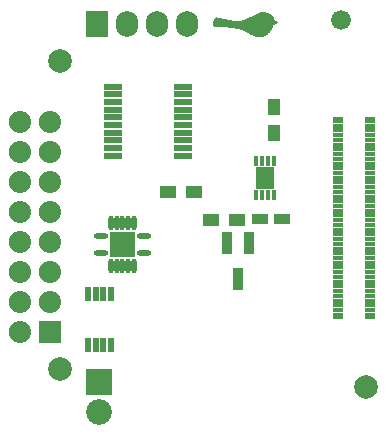
<source format=gbs>
G04 #@! TF.FileFunction,Soldermask,Bot*
%FSLAX46Y46*%
G04 Gerber Fmt 4.6, Leading zero omitted, Abs format (unit mm)*
G04 Created by KiCad (PCBNEW 4.0.1-stable) date Tuesday, May 31, 2016 'PMt' 08:28:31 PM*
%MOMM*%
G01*
G04 APERTURE LIST*
%ADD10C,0.100000*%
%ADD11C,0.010000*%
%ADD12R,0.812400X0.382400*%
%ADD13R,0.812400X0.502400*%
%ADD14R,1.352400X0.902400*%
%ADD15R,0.452400X0.902400*%
%ADD16R,0.877400X1.027400*%
%ADD17R,1.052400X1.352400*%
%ADD18C,1.676400*%
%ADD19R,1.879600X1.879600*%
%ADD20O,1.879600X1.879600*%
%ADD21R,2.184400X2.184400*%
%ADD22O,2.184400X2.184400*%
%ADD23R,0.952500X1.953260*%
%ADD24R,1.352400X1.052400*%
%ADD25R,1.879600X2.184400*%
%ADD26O,1.879600X2.184400*%
%ADD27R,1.602400X0.602400*%
%ADD28R,0.552400X1.252400*%
%ADD29C,2.000000*%
%ADD30O,1.210000X0.500000*%
%ADD31O,0.500000X1.210000*%
%ADD32R,1.177400X1.177400*%
G04 APERTURE END LIST*
D10*
D11*
G36*
X151880436Y-90587271D02*
X151854492Y-90588488D01*
X151829876Y-90590595D01*
X151805432Y-90593681D01*
X151780001Y-90597837D01*
X151762832Y-90601069D01*
X151737483Y-90606313D01*
X151713301Y-90611924D01*
X151689569Y-90618132D01*
X151665571Y-90625164D01*
X151640588Y-90633250D01*
X151613905Y-90642618D01*
X151584804Y-90653498D01*
X151552567Y-90666118D01*
X151528180Y-90675936D01*
X151495800Y-90689238D01*
X151462927Y-90703047D01*
X151429285Y-90717494D01*
X151394596Y-90732708D01*
X151358583Y-90748820D01*
X151320969Y-90765959D01*
X151281476Y-90784255D01*
X151239828Y-90803839D01*
X151195747Y-90824840D01*
X151148956Y-90847389D01*
X151099178Y-90871615D01*
X151046136Y-90897648D01*
X150989552Y-90925619D01*
X150929150Y-90955657D01*
X150889541Y-90975436D01*
X150833510Y-91003404D01*
X150781441Y-91029279D01*
X150733012Y-91053209D01*
X150687898Y-91075343D01*
X150645776Y-91095830D01*
X150606321Y-91114819D01*
X150569210Y-91132457D01*
X150534119Y-91148895D01*
X150500724Y-91164280D01*
X150468701Y-91178762D01*
X150437727Y-91192489D01*
X150407476Y-91205610D01*
X150377626Y-91218274D01*
X150347852Y-91230629D01*
X150317831Y-91242825D01*
X150287239Y-91255009D01*
X150255751Y-91267331D01*
X150243971Y-91271892D01*
X150227521Y-91278261D01*
X150212243Y-91284205D01*
X150198816Y-91289460D01*
X150187915Y-91293759D01*
X150180220Y-91296837D01*
X150176521Y-91298374D01*
X150169547Y-91301501D01*
X150187626Y-91323146D01*
X150216127Y-91354827D01*
X150248908Y-91386893D01*
X150285472Y-91418967D01*
X150325320Y-91450672D01*
X150367956Y-91481630D01*
X150412883Y-91511464D01*
X150459602Y-91539796D01*
X150507616Y-91566249D01*
X150508857Y-91566898D01*
X150571538Y-91597677D01*
X150638125Y-91626709D01*
X150707941Y-91653797D01*
X150780309Y-91678741D01*
X150854552Y-91701345D01*
X150929992Y-91721410D01*
X151005954Y-91738739D01*
X151081758Y-91753134D01*
X151156729Y-91764396D01*
X151203124Y-91769783D01*
X151216878Y-91770864D01*
X151234158Y-91771713D01*
X151254064Y-91772329D01*
X151275696Y-91772713D01*
X151298153Y-91772865D01*
X151320535Y-91772784D01*
X151341942Y-91772470D01*
X151361473Y-91771924D01*
X151378228Y-91771145D01*
X151391307Y-91770133D01*
X151394229Y-91769803D01*
X151442356Y-91762101D01*
X151486722Y-91751442D01*
X151527307Y-91737833D01*
X151564087Y-91721281D01*
X151597044Y-91701793D01*
X151609643Y-91692808D01*
X151637515Y-91669111D01*
X151661293Y-91642997D01*
X151681217Y-91614136D01*
X151697528Y-91582199D01*
X151705725Y-91561296D01*
X151712044Y-91541987D01*
X151716562Y-91524431D01*
X151719522Y-91507095D01*
X151721170Y-91488448D01*
X151721748Y-91466961D01*
X151721752Y-91460593D01*
X151721615Y-91421576D01*
X151737410Y-91419957D01*
X151753205Y-91418339D01*
X151770264Y-91429946D01*
X151787324Y-91441553D01*
X151788029Y-91464534D01*
X151786958Y-91496744D01*
X151782033Y-91530431D01*
X151773555Y-91564588D01*
X151761821Y-91598208D01*
X151747130Y-91630285D01*
X151730343Y-91658962D01*
X151705807Y-91691774D01*
X151677694Y-91721339D01*
X151646016Y-91747649D01*
X151610788Y-91770697D01*
X151572025Y-91790476D01*
X151529740Y-91806978D01*
X151483949Y-91820197D01*
X151434665Y-91830126D01*
X151381902Y-91836756D01*
X151375835Y-91837288D01*
X151356649Y-91838440D01*
X151333734Y-91839063D01*
X151308167Y-91839181D01*
X151281026Y-91838821D01*
X151253387Y-91838010D01*
X151226328Y-91836773D01*
X151200926Y-91835135D01*
X151178258Y-91833124D01*
X151171304Y-91832353D01*
X151094242Y-91821672D01*
X151016100Y-91807752D01*
X150937641Y-91790807D01*
X150859628Y-91771049D01*
X150782821Y-91748691D01*
X150707982Y-91723945D01*
X150635874Y-91697024D01*
X150567258Y-91668141D01*
X150542481Y-91656800D01*
X150482591Y-91627174D01*
X150425110Y-91595605D01*
X150370356Y-91562323D01*
X150318645Y-91527560D01*
X150270292Y-91491548D01*
X150225615Y-91454519D01*
X150184929Y-91416703D01*
X150148551Y-91378332D01*
X150126833Y-91352539D01*
X150116671Y-91340158D01*
X150109019Y-91331607D01*
X150103692Y-91326697D01*
X150100507Y-91325240D01*
X150100270Y-91325285D01*
X150090275Y-91327780D01*
X150076254Y-91330610D01*
X150058997Y-91333661D01*
X150039295Y-91336818D01*
X150017938Y-91339969D01*
X149995717Y-91342997D01*
X149973424Y-91345789D01*
X149951848Y-91348231D01*
X149931780Y-91350208D01*
X149922238Y-91351012D01*
X149901489Y-91352203D01*
X149878508Y-91352670D01*
X149852991Y-91352395D01*
X149824634Y-91351358D01*
X149793131Y-91349543D01*
X149758177Y-91346929D01*
X149719469Y-91343500D01*
X149676700Y-91339236D01*
X149629567Y-91334119D01*
X149615019Y-91332471D01*
X149547865Y-91324370D01*
X149476268Y-91314916D01*
X149400417Y-91304144D01*
X149320503Y-91292088D01*
X149236717Y-91278784D01*
X149149250Y-91264265D01*
X149058292Y-91248566D01*
X148964034Y-91231722D01*
X148866667Y-91213769D01*
X148766381Y-91194740D01*
X148663368Y-91174670D01*
X148557817Y-91153594D01*
X148449920Y-91131547D01*
X148339867Y-91108564D01*
X148227848Y-91084679D01*
X148114055Y-91059926D01*
X148094648Y-91055657D01*
X148073025Y-91050927D01*
X148052407Y-91046482D01*
X148033376Y-91042445D01*
X148016516Y-91038935D01*
X148002411Y-91036074D01*
X147991644Y-91033982D01*
X147984798Y-91032780D01*
X147983371Y-91032585D01*
X147964597Y-91032642D01*
X147944733Y-91036479D01*
X147925026Y-91043639D01*
X147906721Y-91053666D01*
X147891065Y-91066103D01*
X147890576Y-91066581D01*
X147883199Y-91075057D01*
X147874131Y-91087486D01*
X147863630Y-91103394D01*
X147851956Y-91122306D01*
X147839369Y-91143748D01*
X147826129Y-91167247D01*
X147812496Y-91192328D01*
X147798728Y-91218518D01*
X147785087Y-91245341D01*
X147771831Y-91272324D01*
X147759220Y-91298993D01*
X147747515Y-91324874D01*
X147741528Y-91338666D01*
X147722685Y-91385939D01*
X147707683Y-91430460D01*
X147696527Y-91472204D01*
X147689221Y-91511151D01*
X147685766Y-91547277D01*
X147686167Y-91580560D01*
X147690426Y-91610977D01*
X147698078Y-91637272D01*
X147704648Y-91651166D01*
X147713949Y-91666192D01*
X147724782Y-91680659D01*
X147735950Y-91692874D01*
X147740053Y-91696590D01*
X147750606Y-91704757D01*
X147762001Y-91711968D01*
X147774613Y-91718298D01*
X147788815Y-91723822D01*
X147804979Y-91728616D01*
X147823479Y-91732756D01*
X147844687Y-91736316D01*
X147868978Y-91739373D01*
X147896723Y-91742002D01*
X147928297Y-91744278D01*
X147964072Y-91746277D01*
X147991838Y-91747554D01*
X148005395Y-91748088D01*
X148023106Y-91748715D01*
X148044286Y-91749415D01*
X148068253Y-91750168D01*
X148094323Y-91750951D01*
X148121812Y-91751745D01*
X148150038Y-91752528D01*
X148178316Y-91753281D01*
X148192619Y-91753648D01*
X148265281Y-91755565D01*
X148333516Y-91757528D01*
X148397734Y-91759558D01*
X148458348Y-91761674D01*
X148515767Y-91763897D01*
X148570403Y-91766247D01*
X148622667Y-91768745D01*
X148672969Y-91771410D01*
X148721721Y-91774262D01*
X148769333Y-91777322D01*
X148816217Y-91780611D01*
X148862783Y-91784147D01*
X148909443Y-91787952D01*
X148934057Y-91790059D01*
X149038566Y-91799875D01*
X149139029Y-91810858D01*
X149236127Y-91823149D01*
X149330540Y-91836888D01*
X149422947Y-91852215D01*
X149514028Y-91869270D01*
X149604464Y-91888195D01*
X149694934Y-91909128D01*
X149786118Y-91932210D01*
X149878697Y-91957582D01*
X149973349Y-91985384D01*
X150070755Y-92015757D01*
X150144790Y-92039897D01*
X150183637Y-92052856D01*
X150219588Y-92065038D01*
X150253035Y-92076626D01*
X150284370Y-92087802D01*
X150313986Y-92098748D01*
X150342274Y-92109647D01*
X150369626Y-92120682D01*
X150396435Y-92132035D01*
X150423092Y-92143888D01*
X150449989Y-92156425D01*
X150477519Y-92169827D01*
X150506073Y-92184277D01*
X150536044Y-92199959D01*
X150567824Y-92217053D01*
X150601804Y-92235743D01*
X150638376Y-92256212D01*
X150677934Y-92278641D01*
X150720868Y-92303213D01*
X150765276Y-92328788D01*
X150799694Y-92348624D01*
X150830393Y-92366252D01*
X150857825Y-92381919D01*
X150882438Y-92395873D01*
X150904682Y-92408363D01*
X150925007Y-92419636D01*
X150943864Y-92429941D01*
X150961701Y-92439525D01*
X150978969Y-92448636D01*
X150996118Y-92457523D01*
X151013596Y-92466433D01*
X151028952Y-92474162D01*
X151073741Y-92496051D01*
X151115424Y-92515225D01*
X151154718Y-92531930D01*
X151192342Y-92546415D01*
X151229014Y-92558927D01*
X151265450Y-92569716D01*
X151302371Y-92579028D01*
X151340492Y-92587111D01*
X151373045Y-92592979D01*
X151413692Y-92599412D01*
X151451122Y-92604468D01*
X151486722Y-92608258D01*
X151521880Y-92610896D01*
X151557980Y-92612492D01*
X151596411Y-92613158D01*
X151622829Y-92613149D01*
X151641061Y-92613012D01*
X151658234Y-92612835D01*
X151673598Y-92612630D01*
X151686402Y-92612407D01*
X151695898Y-92612178D01*
X151701333Y-92611955D01*
X151701448Y-92611947D01*
X151763879Y-92605765D01*
X151825463Y-92596409D01*
X151885610Y-92584029D01*
X151943736Y-92568776D01*
X151999253Y-92550800D01*
X152051574Y-92530253D01*
X152091114Y-92511875D01*
X152149972Y-92479716D01*
X152207316Y-92443002D01*
X152263094Y-92401788D01*
X152317253Y-92356130D01*
X152369741Y-92306086D01*
X152420506Y-92251710D01*
X152469496Y-92193060D01*
X152516658Y-92130192D01*
X152561940Y-92063161D01*
X152605290Y-91992024D01*
X152646656Y-91916837D01*
X152649623Y-91911140D01*
X152674999Y-91859703D01*
X152698666Y-91806393D01*
X152720868Y-91750569D01*
X152741853Y-91691594D01*
X152761866Y-91628827D01*
X152773182Y-91590234D01*
X152778370Y-91572002D01*
X152946876Y-91504030D01*
X152973946Y-91493076D01*
X152999671Y-91482600D01*
X153023703Y-91472746D01*
X153045696Y-91463662D01*
X153065301Y-91455491D01*
X153082173Y-91448380D01*
X153095962Y-91442474D01*
X153106324Y-91437918D01*
X153112909Y-91434859D01*
X153115372Y-91433441D01*
X153115381Y-91433409D01*
X153113615Y-91431437D01*
X153108493Y-91426490D01*
X153100276Y-91418808D01*
X153089225Y-91408629D01*
X153075604Y-91396189D01*
X153059673Y-91381728D01*
X153041695Y-91365482D01*
X153021931Y-91347690D01*
X153000643Y-91328590D01*
X152978094Y-91308419D01*
X152960562Y-91292777D01*
X152805743Y-91154794D01*
X152795884Y-91127558D01*
X152776454Y-91079507D01*
X152753656Y-91033631D01*
X152727210Y-90989513D01*
X152696838Y-90946736D01*
X152662261Y-90904883D01*
X152623199Y-90863536D01*
X152611961Y-90852515D01*
X152565802Y-90811250D01*
X152516025Y-90773069D01*
X152462811Y-90738064D01*
X152406341Y-90706324D01*
X152346797Y-90677941D01*
X152284361Y-90653004D01*
X152219215Y-90631605D01*
X152151540Y-90613835D01*
X152119943Y-90606972D01*
X152089499Y-90601050D01*
X152062261Y-90596407D01*
X152036814Y-90592888D01*
X152011744Y-90590335D01*
X151985636Y-90588592D01*
X151957075Y-90587501D01*
X151940933Y-90587143D01*
X151908864Y-90586853D01*
X151880436Y-90587271D01*
X151880436Y-90587271D01*
G37*
X151880436Y-90587271D02*
X151854492Y-90588488D01*
X151829876Y-90590595D01*
X151805432Y-90593681D01*
X151780001Y-90597837D01*
X151762832Y-90601069D01*
X151737483Y-90606313D01*
X151713301Y-90611924D01*
X151689569Y-90618132D01*
X151665571Y-90625164D01*
X151640588Y-90633250D01*
X151613905Y-90642618D01*
X151584804Y-90653498D01*
X151552567Y-90666118D01*
X151528180Y-90675936D01*
X151495800Y-90689238D01*
X151462927Y-90703047D01*
X151429285Y-90717494D01*
X151394596Y-90732708D01*
X151358583Y-90748820D01*
X151320969Y-90765959D01*
X151281476Y-90784255D01*
X151239828Y-90803839D01*
X151195747Y-90824840D01*
X151148956Y-90847389D01*
X151099178Y-90871615D01*
X151046136Y-90897648D01*
X150989552Y-90925619D01*
X150929150Y-90955657D01*
X150889541Y-90975436D01*
X150833510Y-91003404D01*
X150781441Y-91029279D01*
X150733012Y-91053209D01*
X150687898Y-91075343D01*
X150645776Y-91095830D01*
X150606321Y-91114819D01*
X150569210Y-91132457D01*
X150534119Y-91148895D01*
X150500724Y-91164280D01*
X150468701Y-91178762D01*
X150437727Y-91192489D01*
X150407476Y-91205610D01*
X150377626Y-91218274D01*
X150347852Y-91230629D01*
X150317831Y-91242825D01*
X150287239Y-91255009D01*
X150255751Y-91267331D01*
X150243971Y-91271892D01*
X150227521Y-91278261D01*
X150212243Y-91284205D01*
X150198816Y-91289460D01*
X150187915Y-91293759D01*
X150180220Y-91296837D01*
X150176521Y-91298374D01*
X150169547Y-91301501D01*
X150187626Y-91323146D01*
X150216127Y-91354827D01*
X150248908Y-91386893D01*
X150285472Y-91418967D01*
X150325320Y-91450672D01*
X150367956Y-91481630D01*
X150412883Y-91511464D01*
X150459602Y-91539796D01*
X150507616Y-91566249D01*
X150508857Y-91566898D01*
X150571538Y-91597677D01*
X150638125Y-91626709D01*
X150707941Y-91653797D01*
X150780309Y-91678741D01*
X150854552Y-91701345D01*
X150929992Y-91721410D01*
X151005954Y-91738739D01*
X151081758Y-91753134D01*
X151156729Y-91764396D01*
X151203124Y-91769783D01*
X151216878Y-91770864D01*
X151234158Y-91771713D01*
X151254064Y-91772329D01*
X151275696Y-91772713D01*
X151298153Y-91772865D01*
X151320535Y-91772784D01*
X151341942Y-91772470D01*
X151361473Y-91771924D01*
X151378228Y-91771145D01*
X151391307Y-91770133D01*
X151394229Y-91769803D01*
X151442356Y-91762101D01*
X151486722Y-91751442D01*
X151527307Y-91737833D01*
X151564087Y-91721281D01*
X151597044Y-91701793D01*
X151609643Y-91692808D01*
X151637515Y-91669111D01*
X151661293Y-91642997D01*
X151681217Y-91614136D01*
X151697528Y-91582199D01*
X151705725Y-91561296D01*
X151712044Y-91541987D01*
X151716562Y-91524431D01*
X151719522Y-91507095D01*
X151721170Y-91488448D01*
X151721748Y-91466961D01*
X151721752Y-91460593D01*
X151721615Y-91421576D01*
X151737410Y-91419957D01*
X151753205Y-91418339D01*
X151770264Y-91429946D01*
X151787324Y-91441553D01*
X151788029Y-91464534D01*
X151786958Y-91496744D01*
X151782033Y-91530431D01*
X151773555Y-91564588D01*
X151761821Y-91598208D01*
X151747130Y-91630285D01*
X151730343Y-91658962D01*
X151705807Y-91691774D01*
X151677694Y-91721339D01*
X151646016Y-91747649D01*
X151610788Y-91770697D01*
X151572025Y-91790476D01*
X151529740Y-91806978D01*
X151483949Y-91820197D01*
X151434665Y-91830126D01*
X151381902Y-91836756D01*
X151375835Y-91837288D01*
X151356649Y-91838440D01*
X151333734Y-91839063D01*
X151308167Y-91839181D01*
X151281026Y-91838821D01*
X151253387Y-91838010D01*
X151226328Y-91836773D01*
X151200926Y-91835135D01*
X151178258Y-91833124D01*
X151171304Y-91832353D01*
X151094242Y-91821672D01*
X151016100Y-91807752D01*
X150937641Y-91790807D01*
X150859628Y-91771049D01*
X150782821Y-91748691D01*
X150707982Y-91723945D01*
X150635874Y-91697024D01*
X150567258Y-91668141D01*
X150542481Y-91656800D01*
X150482591Y-91627174D01*
X150425110Y-91595605D01*
X150370356Y-91562323D01*
X150318645Y-91527560D01*
X150270292Y-91491548D01*
X150225615Y-91454519D01*
X150184929Y-91416703D01*
X150148551Y-91378332D01*
X150126833Y-91352539D01*
X150116671Y-91340158D01*
X150109019Y-91331607D01*
X150103692Y-91326697D01*
X150100507Y-91325240D01*
X150100270Y-91325285D01*
X150090275Y-91327780D01*
X150076254Y-91330610D01*
X150058997Y-91333661D01*
X150039295Y-91336818D01*
X150017938Y-91339969D01*
X149995717Y-91342997D01*
X149973424Y-91345789D01*
X149951848Y-91348231D01*
X149931780Y-91350208D01*
X149922238Y-91351012D01*
X149901489Y-91352203D01*
X149878508Y-91352670D01*
X149852991Y-91352395D01*
X149824634Y-91351358D01*
X149793131Y-91349543D01*
X149758177Y-91346929D01*
X149719469Y-91343500D01*
X149676700Y-91339236D01*
X149629567Y-91334119D01*
X149615019Y-91332471D01*
X149547865Y-91324370D01*
X149476268Y-91314916D01*
X149400417Y-91304144D01*
X149320503Y-91292088D01*
X149236717Y-91278784D01*
X149149250Y-91264265D01*
X149058292Y-91248566D01*
X148964034Y-91231722D01*
X148866667Y-91213769D01*
X148766381Y-91194740D01*
X148663368Y-91174670D01*
X148557817Y-91153594D01*
X148449920Y-91131547D01*
X148339867Y-91108564D01*
X148227848Y-91084679D01*
X148114055Y-91059926D01*
X148094648Y-91055657D01*
X148073025Y-91050927D01*
X148052407Y-91046482D01*
X148033376Y-91042445D01*
X148016516Y-91038935D01*
X148002411Y-91036074D01*
X147991644Y-91033982D01*
X147984798Y-91032780D01*
X147983371Y-91032585D01*
X147964597Y-91032642D01*
X147944733Y-91036479D01*
X147925026Y-91043639D01*
X147906721Y-91053666D01*
X147891065Y-91066103D01*
X147890576Y-91066581D01*
X147883199Y-91075057D01*
X147874131Y-91087486D01*
X147863630Y-91103394D01*
X147851956Y-91122306D01*
X147839369Y-91143748D01*
X147826129Y-91167247D01*
X147812496Y-91192328D01*
X147798728Y-91218518D01*
X147785087Y-91245341D01*
X147771831Y-91272324D01*
X147759220Y-91298993D01*
X147747515Y-91324874D01*
X147741528Y-91338666D01*
X147722685Y-91385939D01*
X147707683Y-91430460D01*
X147696527Y-91472204D01*
X147689221Y-91511151D01*
X147685766Y-91547277D01*
X147686167Y-91580560D01*
X147690426Y-91610977D01*
X147698078Y-91637272D01*
X147704648Y-91651166D01*
X147713949Y-91666192D01*
X147724782Y-91680659D01*
X147735950Y-91692874D01*
X147740053Y-91696590D01*
X147750606Y-91704757D01*
X147762001Y-91711968D01*
X147774613Y-91718298D01*
X147788815Y-91723822D01*
X147804979Y-91728616D01*
X147823479Y-91732756D01*
X147844687Y-91736316D01*
X147868978Y-91739373D01*
X147896723Y-91742002D01*
X147928297Y-91744278D01*
X147964072Y-91746277D01*
X147991838Y-91747554D01*
X148005395Y-91748088D01*
X148023106Y-91748715D01*
X148044286Y-91749415D01*
X148068253Y-91750168D01*
X148094323Y-91750951D01*
X148121812Y-91751745D01*
X148150038Y-91752528D01*
X148178316Y-91753281D01*
X148192619Y-91753648D01*
X148265281Y-91755565D01*
X148333516Y-91757528D01*
X148397734Y-91759558D01*
X148458348Y-91761674D01*
X148515767Y-91763897D01*
X148570403Y-91766247D01*
X148622667Y-91768745D01*
X148672969Y-91771410D01*
X148721721Y-91774262D01*
X148769333Y-91777322D01*
X148816217Y-91780611D01*
X148862783Y-91784147D01*
X148909443Y-91787952D01*
X148934057Y-91790059D01*
X149038566Y-91799875D01*
X149139029Y-91810858D01*
X149236127Y-91823149D01*
X149330540Y-91836888D01*
X149422947Y-91852215D01*
X149514028Y-91869270D01*
X149604464Y-91888195D01*
X149694934Y-91909128D01*
X149786118Y-91932210D01*
X149878697Y-91957582D01*
X149973349Y-91985384D01*
X150070755Y-92015757D01*
X150144790Y-92039897D01*
X150183637Y-92052856D01*
X150219588Y-92065038D01*
X150253035Y-92076626D01*
X150284370Y-92087802D01*
X150313986Y-92098748D01*
X150342274Y-92109647D01*
X150369626Y-92120682D01*
X150396435Y-92132035D01*
X150423092Y-92143888D01*
X150449989Y-92156425D01*
X150477519Y-92169827D01*
X150506073Y-92184277D01*
X150536044Y-92199959D01*
X150567824Y-92217053D01*
X150601804Y-92235743D01*
X150638376Y-92256212D01*
X150677934Y-92278641D01*
X150720868Y-92303213D01*
X150765276Y-92328788D01*
X150799694Y-92348624D01*
X150830393Y-92366252D01*
X150857825Y-92381919D01*
X150882438Y-92395873D01*
X150904682Y-92408363D01*
X150925007Y-92419636D01*
X150943864Y-92429941D01*
X150961701Y-92439525D01*
X150978969Y-92448636D01*
X150996118Y-92457523D01*
X151013596Y-92466433D01*
X151028952Y-92474162D01*
X151073741Y-92496051D01*
X151115424Y-92515225D01*
X151154718Y-92531930D01*
X151192342Y-92546415D01*
X151229014Y-92558927D01*
X151265450Y-92569716D01*
X151302371Y-92579028D01*
X151340492Y-92587111D01*
X151373045Y-92592979D01*
X151413692Y-92599412D01*
X151451122Y-92604468D01*
X151486722Y-92608258D01*
X151521880Y-92610896D01*
X151557980Y-92612492D01*
X151596411Y-92613158D01*
X151622829Y-92613149D01*
X151641061Y-92613012D01*
X151658234Y-92612835D01*
X151673598Y-92612630D01*
X151686402Y-92612407D01*
X151695898Y-92612178D01*
X151701333Y-92611955D01*
X151701448Y-92611947D01*
X151763879Y-92605765D01*
X151825463Y-92596409D01*
X151885610Y-92584029D01*
X151943736Y-92568776D01*
X151999253Y-92550800D01*
X152051574Y-92530253D01*
X152091114Y-92511875D01*
X152149972Y-92479716D01*
X152207316Y-92443002D01*
X152263094Y-92401788D01*
X152317253Y-92356130D01*
X152369741Y-92306086D01*
X152420506Y-92251710D01*
X152469496Y-92193060D01*
X152516658Y-92130192D01*
X152561940Y-92063161D01*
X152605290Y-91992024D01*
X152646656Y-91916837D01*
X152649623Y-91911140D01*
X152674999Y-91859703D01*
X152698666Y-91806393D01*
X152720868Y-91750569D01*
X152741853Y-91691594D01*
X152761866Y-91628827D01*
X152773182Y-91590234D01*
X152778370Y-91572002D01*
X152946876Y-91504030D01*
X152973946Y-91493076D01*
X152999671Y-91482600D01*
X153023703Y-91472746D01*
X153045696Y-91463662D01*
X153065301Y-91455491D01*
X153082173Y-91448380D01*
X153095962Y-91442474D01*
X153106324Y-91437918D01*
X153112909Y-91434859D01*
X153115372Y-91433441D01*
X153115381Y-91433409D01*
X153113615Y-91431437D01*
X153108493Y-91426490D01*
X153100276Y-91418808D01*
X153089225Y-91408629D01*
X153075604Y-91396189D01*
X153059673Y-91381728D01*
X153041695Y-91365482D01*
X153021931Y-91347690D01*
X153000643Y-91328590D01*
X152978094Y-91308419D01*
X152960562Y-91292777D01*
X152805743Y-91154794D01*
X152795884Y-91127558D01*
X152776454Y-91079507D01*
X152753656Y-91033631D01*
X152727210Y-90989513D01*
X152696838Y-90946736D01*
X152662261Y-90904883D01*
X152623199Y-90863536D01*
X152611961Y-90852515D01*
X152565802Y-90811250D01*
X152516025Y-90773069D01*
X152462811Y-90738064D01*
X152406341Y-90706324D01*
X152346797Y-90677941D01*
X152284361Y-90653004D01*
X152219215Y-90631605D01*
X152151540Y-90613835D01*
X152119943Y-90606972D01*
X152089499Y-90601050D01*
X152062261Y-90596407D01*
X152036814Y-90592888D01*
X152011744Y-90590335D01*
X151985636Y-90588592D01*
X151957075Y-90587501D01*
X151940933Y-90587143D01*
X151908864Y-90586853D01*
X151880436Y-90587271D01*
D12*
X161005000Y-115800000D03*
X158295000Y-115800000D03*
X161005000Y-100200000D03*
X158295000Y-100200000D03*
X161005000Y-115400000D03*
X161005000Y-115000000D03*
X161005000Y-114600000D03*
X161005000Y-114200000D03*
X161005000Y-113800000D03*
X161005000Y-113400000D03*
X161005000Y-113000000D03*
X161005000Y-112600000D03*
X161005000Y-112200000D03*
X161005000Y-111800000D03*
X161005000Y-111400000D03*
X161005000Y-111000000D03*
X161005000Y-110600000D03*
X161005000Y-110200000D03*
X161005000Y-109800000D03*
X161005000Y-109400000D03*
X161005000Y-109000000D03*
X161005000Y-108600000D03*
X161005000Y-108200000D03*
X161005000Y-107800000D03*
X161005000Y-107400000D03*
X161005000Y-107000000D03*
X161005000Y-106600000D03*
X161005000Y-106200000D03*
X161005000Y-105800000D03*
X161005000Y-105400000D03*
X161005000Y-105000000D03*
X161005000Y-104600000D03*
X161005000Y-104200000D03*
X161005000Y-103800000D03*
X161005000Y-103400000D03*
X161005000Y-103000000D03*
X161005000Y-102600000D03*
X161005000Y-102200000D03*
X161005000Y-101800000D03*
X161005000Y-101400000D03*
X161005000Y-101000000D03*
X161005000Y-100600000D03*
D13*
X161005000Y-99725000D03*
X158295000Y-99725000D03*
X161005000Y-116275000D03*
X158295000Y-116275000D03*
D12*
X158295000Y-100600000D03*
X158295000Y-101000000D03*
X158295000Y-101400000D03*
X158295000Y-101800000D03*
X158295000Y-102200000D03*
X158295000Y-102600000D03*
X158295000Y-103000000D03*
X158295000Y-103400000D03*
X158295000Y-103800000D03*
X158295000Y-104200000D03*
X158295000Y-104600000D03*
X158295000Y-105000000D03*
X158295000Y-105400000D03*
X158295000Y-105800000D03*
X158295000Y-106200000D03*
X158295000Y-106600000D03*
X158295000Y-107000000D03*
X158295000Y-107400000D03*
X158295000Y-107800000D03*
X158295000Y-108200000D03*
X158295000Y-108600000D03*
X158295000Y-109000000D03*
X158295000Y-109400000D03*
X158295000Y-109800000D03*
X158295000Y-110200000D03*
X158295000Y-110600000D03*
X158295000Y-111000000D03*
X158295000Y-111400000D03*
X158295000Y-111800000D03*
X158295000Y-112200000D03*
X158295000Y-112600000D03*
X158295000Y-113000000D03*
X158295000Y-113400000D03*
X158295000Y-113800000D03*
X158295000Y-114200000D03*
X158295000Y-114600000D03*
X158295000Y-115000000D03*
X158295000Y-115400000D03*
D14*
X153575000Y-108125000D03*
X151675000Y-108125000D03*
D15*
X152850000Y-106050000D03*
X152350000Y-106050000D03*
X151850000Y-106050000D03*
X151350000Y-106050000D03*
X151350000Y-103150000D03*
X151850000Y-103150000D03*
X152350000Y-103150000D03*
X152850000Y-103150000D03*
D16*
X151737500Y-104162500D03*
X152462500Y-104162500D03*
X151737500Y-105037500D03*
X152462500Y-105037500D03*
D17*
X152850000Y-98650000D03*
X152850000Y-100850000D03*
D18*
X158550000Y-91250000D03*
D19*
X133940000Y-117685000D03*
D20*
X131400000Y-117685000D03*
X133940000Y-115145000D03*
X131400000Y-115145000D03*
X133940000Y-112605000D03*
X131400000Y-112605000D03*
X133940000Y-110065000D03*
X131400000Y-110065000D03*
X133940000Y-107525000D03*
X131400000Y-107525000D03*
X133940000Y-104985000D03*
X131400000Y-104985000D03*
X133940000Y-102445000D03*
X131400000Y-102445000D03*
X133940000Y-99905000D03*
X131400000Y-99905000D03*
D21*
X138100000Y-121875000D03*
D22*
X138100000Y-124415000D03*
D23*
X148900000Y-110150000D03*
X150800000Y-110150000D03*
X149850000Y-113152280D03*
D24*
X143875000Y-105775000D03*
X146075000Y-105775000D03*
D25*
X137875000Y-91575000D03*
D26*
X140415000Y-91575000D03*
X142955000Y-91575000D03*
X145495000Y-91575000D03*
D27*
X139275000Y-102750000D03*
X139275000Y-102100000D03*
X139275000Y-101450000D03*
X139275000Y-100800000D03*
X139275000Y-100150000D03*
X139275000Y-99500000D03*
X139275000Y-98850000D03*
X139275000Y-98200000D03*
X139275000Y-97550000D03*
X139275000Y-96900000D03*
X145175000Y-96900000D03*
X145175000Y-97550000D03*
X145175000Y-98200000D03*
X145175000Y-98850000D03*
X145175000Y-99500000D03*
X145175000Y-100150000D03*
X145175000Y-100800000D03*
X145175000Y-101450000D03*
X145175000Y-102100000D03*
X145175000Y-102750000D03*
D24*
X147550000Y-108150000D03*
X149750000Y-108150000D03*
D28*
X139075000Y-118750000D03*
X138425000Y-118750000D03*
X137775000Y-118750000D03*
X137125000Y-118750000D03*
X137125000Y-114450000D03*
X137775000Y-114450000D03*
X138425000Y-114450000D03*
X139075000Y-114450000D03*
D29*
X160650000Y-122325000D03*
X134775000Y-120775000D03*
X134775000Y-94700000D03*
D30*
X141845000Y-111000000D03*
D31*
X141050000Y-112045000D03*
X140550000Y-112045000D03*
X140050000Y-112045000D03*
X139550000Y-112045000D03*
X139050000Y-112045000D03*
D30*
X138255000Y-111000000D03*
X138255000Y-109500000D03*
D31*
X139050000Y-108455000D03*
X139550000Y-108455000D03*
X140050000Y-108455000D03*
X140550000Y-108455000D03*
X141050000Y-108455000D03*
D30*
X141845000Y-109500000D03*
D32*
X140550000Y-110750000D03*
X140550000Y-109750000D03*
X139550000Y-109750000D03*
X139550000Y-110750000D03*
M02*

</source>
